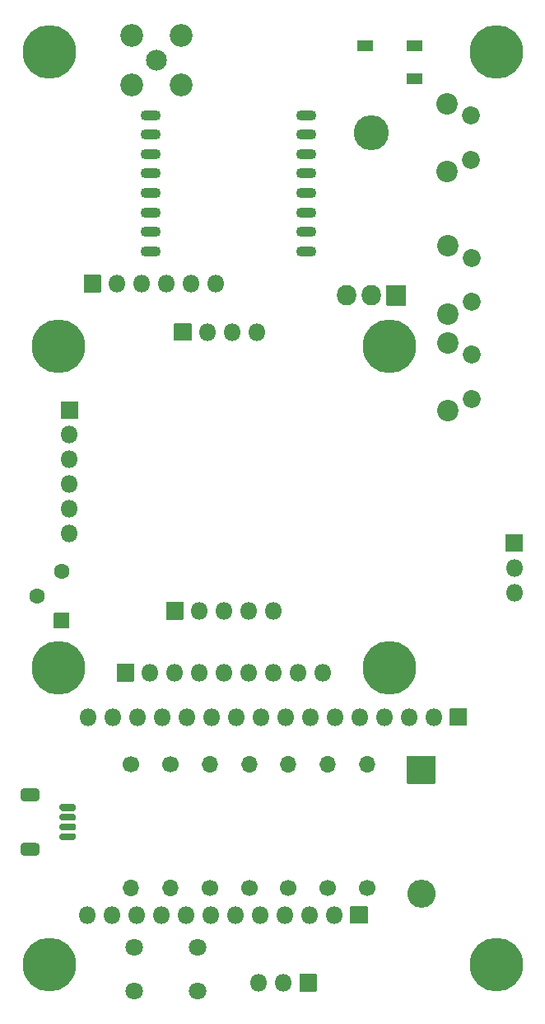
<source format=gbr>
%TF.GenerationSoftware,KiCad,Pcbnew,5.1.12-84ad8e8a86~92~ubuntu18.04.1*%
%TF.CreationDate,2022-01-05T22:45:31-05:00*%
%TF.ProjectId,remote,72656d6f-7465-42e6-9b69-6361645f7063,rev?*%
%TF.SameCoordinates,Original*%
%TF.FileFunction,Soldermask,Top*%
%TF.FilePolarity,Negative*%
%FSLAX46Y46*%
G04 Gerber Fmt 4.6, Leading zero omitted, Abs format (unit mm)*
G04 Created by KiCad (PCBNEW 5.1.12-84ad8e8a86~92~ubuntu18.04.1) date 2022-01-05 22:45:31*
%MOMM*%
%LPD*%
G01*
G04 APERTURE LIST*
%ADD10O,1.800000X1.800000*%
%ADD11O,2.005000X2.100000*%
%ADD12O,3.600000X3.600000*%
%ADD13C,2.350000*%
%ADD14C,2.150000*%
%ADD15C,2.200000*%
%ADD16C,1.850000*%
%ADD17O,1.700000X1.700000*%
%ADD18C,1.700000*%
%ADD19C,5.500000*%
%ADD20O,2.100000X1.100000*%
%ADD21C,1.800000*%
%ADD22C,1.600000*%
%ADD23O,2.900000X2.900000*%
G04 APERTURE END LIST*
D10*
%TO.C,U2*%
X-24175720Y-46476920D03*
X-21635720Y-46476920D03*
X-19095720Y-46476920D03*
X-16555720Y-46476920D03*
X-14015720Y-46476920D03*
X-11475720Y-46476920D03*
X-8935720Y-46476920D03*
X-6395720Y-46476920D03*
X-3855720Y-46476920D03*
X-1315720Y-46476920D03*
X1224280Y-46476920D03*
X3764280Y-46476920D03*
X6304280Y-46476920D03*
X8844280Y-46476920D03*
X11384280Y-46476920D03*
G36*
G01*
X13074280Y-45576920D02*
X14774280Y-45576920D01*
G75*
G02*
X14824280Y-45626920I0J-50000D01*
G01*
X14824280Y-47326920D01*
G75*
G02*
X14774280Y-47376920I-50000J0D01*
G01*
X13074280Y-47376920D01*
G75*
G02*
X13024280Y-47326920I0J50000D01*
G01*
X13024280Y-45626920D01*
G75*
G02*
X13074280Y-45576920I50000J0D01*
G01*
G37*
X-6475720Y-66796920D03*
X-3935720Y-66796920D03*
X-19175720Y-66796920D03*
X-16635720Y-66796920D03*
X-24255720Y-66796920D03*
X-11555720Y-66796920D03*
X-9015720Y-66796920D03*
X1144280Y-66796920D03*
X-21715720Y-66796920D03*
X-14095720Y-66796920D03*
G36*
G01*
X2834280Y-65896920D02*
X4534280Y-65896920D01*
G75*
G02*
X4584280Y-65946920I0J-50000D01*
G01*
X4584280Y-67646920D01*
G75*
G02*
X4534280Y-67696920I-50000J0D01*
G01*
X2834280Y-67696920D01*
G75*
G02*
X2784280Y-67646920I0J50000D01*
G01*
X2784280Y-65946920D01*
G75*
G02*
X2834280Y-65896920I50000J0D01*
G01*
G37*
X-1395720Y-66796920D03*
%TD*%
D11*
%TO.C,Q1*%
X2450000Y-3150000D03*
X4990000Y-3150000D03*
G36*
G01*
X8532500Y-2150000D02*
X8532500Y-4150000D01*
G75*
G02*
X8482500Y-4200000I-50000J0D01*
G01*
X6577500Y-4200000D01*
G75*
G02*
X6527500Y-4150000I0J50000D01*
G01*
X6527500Y-2150000D01*
G75*
G02*
X6577500Y-2100000I50000J0D01*
G01*
X8482500Y-2100000D01*
G75*
G02*
X8532500Y-2150000I0J-50000D01*
G01*
G37*
D12*
X4990000Y13510000D03*
%TD*%
D10*
%TO.C,J2*%
X-26070000Y-27630000D03*
X-26070000Y-25090000D03*
X-26070000Y-22550000D03*
X-26070000Y-20010000D03*
X-26070000Y-17470000D03*
G36*
G01*
X-26970000Y-15780000D02*
X-26970000Y-14080000D01*
G75*
G02*
X-26920000Y-14030000I50000J0D01*
G01*
X-25220000Y-14030000D01*
G75*
G02*
X-25170000Y-14080000I0J-50000D01*
G01*
X-25170000Y-15780000D01*
G75*
G02*
X-25220000Y-15830000I-50000J0D01*
G01*
X-26920000Y-15830000D01*
G75*
G02*
X-26970000Y-15780000I0J50000D01*
G01*
G37*
%TD*%
D13*
%TO.C,J1*%
X-19690080Y18450560D03*
X-19690080Y23530560D03*
X-14610080Y23530560D03*
X-14610080Y18450560D03*
D14*
X-17150080Y20990560D03*
%TD*%
D15*
%TO.C,SW3*%
X12845380Y-15030500D03*
D16*
X15335380Y-13770500D03*
X15335380Y-9270500D03*
D15*
X12845380Y-8020500D03*
%TD*%
D17*
%TO.C,R4*%
X-7607136Y-51281920D03*
D18*
X-7607136Y-63981920D03*
%TD*%
D19*
%TO.C,H2*%
X17813960Y-71924920D03*
%TD*%
D10*
%TO.C,U5*%
X-5080000Y-35560000D03*
X-7620000Y-35560000D03*
X-10160000Y-35560000D03*
X-12700000Y-35560000D03*
G36*
G01*
X-14390000Y-36460000D02*
X-16090000Y-36460000D01*
G75*
G02*
X-16140000Y-36410000I0J50000D01*
G01*
X-16140000Y-34710000D01*
G75*
G02*
X-16090000Y-34660000I50000J0D01*
G01*
X-14390000Y-34660000D01*
G75*
G02*
X-14340000Y-34710000I0J-50000D01*
G01*
X-14340000Y-36410000D01*
G75*
G02*
X-14390000Y-36460000I-50000J0D01*
G01*
G37*
%TD*%
%TO.C,U4*%
X0Y-41910000D03*
X-2540000Y-41910000D03*
X-5080000Y-41910000D03*
X-7620000Y-41910000D03*
X-10160000Y-41910000D03*
X-12700000Y-41910000D03*
X-15240000Y-41910000D03*
X-17780000Y-41910000D03*
G36*
G01*
X-19470000Y-42810000D02*
X-21170000Y-42810000D01*
G75*
G02*
X-21220000Y-42760000I0J50000D01*
G01*
X-21220000Y-41060000D01*
G75*
G02*
X-21170000Y-41010000I50000J0D01*
G01*
X-19470000Y-41010000D01*
G75*
G02*
X-19420000Y-41060000I0J-50000D01*
G01*
X-19420000Y-42760000D01*
G75*
G02*
X-19470000Y-42810000I-50000J0D01*
G01*
G37*
D19*
X6850000Y-41430000D03*
X-27170000Y-41430000D03*
X6850000Y-8410000D03*
X-27170000Y-8410000D03*
%TD*%
D10*
%TO.C,U3*%
X-11021060Y-1960880D03*
X-13561060Y-1960880D03*
X-16101060Y-1960880D03*
X-18641060Y-1960880D03*
X-21181060Y-1960880D03*
G36*
G01*
X-22871060Y-2860880D02*
X-24571060Y-2860880D01*
G75*
G02*
X-24621060Y-2810880I0J50000D01*
G01*
X-24621060Y-1110880D01*
G75*
G02*
X-24571060Y-1060880I50000J0D01*
G01*
X-22871060Y-1060880D01*
G75*
G02*
X-22821060Y-1110880I0J-50000D01*
G01*
X-22821060Y-2810880D01*
G75*
G02*
X-22871060Y-2860880I-50000J0D01*
G01*
G37*
%TD*%
D20*
%TO.C,U1*%
X-1709420Y1353820D03*
X-1709420Y3353820D03*
X-1709420Y5353820D03*
X-1709420Y7353820D03*
X-1709420Y9353820D03*
X-1709420Y11353820D03*
X-1709420Y13353820D03*
X-1709420Y15353820D03*
X-17709420Y15353820D03*
X-17709420Y13353820D03*
X-17709420Y11353820D03*
X-17709420Y9353820D03*
X-17709420Y7353820D03*
X-17709420Y5353820D03*
X-17709420Y3353820D03*
X-17709420Y1353820D03*
%TD*%
D21*
%TO.C,SW4*%
X-12920000Y-74580000D03*
X-19420000Y-74580000D03*
X-12920000Y-70080000D03*
X-19420000Y-70080000D03*
%TD*%
D15*
%TO.C,SW2*%
X12845380Y-5073700D03*
D16*
X15335380Y-3813700D03*
X15335380Y686300D03*
D15*
X12845380Y1936300D03*
%TD*%
%TO.C,SW1*%
X12720000Y9520000D03*
D16*
X15210000Y10780000D03*
X15210000Y15280000D03*
D15*
X12720000Y16530000D03*
%TD*%
%TO.C,SP1*%
G36*
G01*
X8667360Y23029600D02*
X10167360Y23029600D01*
G75*
G02*
X10218160Y22978800I0J-50800D01*
G01*
X10218160Y21978800D01*
G75*
G02*
X10167360Y21928000I-50800J0D01*
G01*
X8667360Y21928000D01*
G75*
G02*
X8616560Y21978800I0J50800D01*
G01*
X8616560Y22978800D01*
G75*
G02*
X8667360Y23029600I50800J0D01*
G01*
G37*
G36*
G01*
X3567360Y23029600D02*
X5067360Y23029600D01*
G75*
G02*
X5118160Y22978800I0J-50800D01*
G01*
X5118160Y21978800D01*
G75*
G02*
X5067360Y21928000I-50800J0D01*
G01*
X3567360Y21928000D01*
G75*
G02*
X3516560Y21978800I0J50800D01*
G01*
X3516560Y22978800D01*
G75*
G02*
X3567360Y23029600I50800J0D01*
G01*
G37*
G36*
G01*
X8667360Y19629600D02*
X10167360Y19629600D01*
G75*
G02*
X10218160Y19578800I0J-50800D01*
G01*
X10218160Y18578800D01*
G75*
G02*
X10167360Y18528000I-50800J0D01*
G01*
X8667360Y18528000D01*
G75*
G02*
X8616560Y18578800I0J50800D01*
G01*
X8616560Y19578800D01*
G75*
G02*
X8667360Y19629600I50800J0D01*
G01*
G37*
%TD*%
D17*
%TO.C,R7*%
X4565268Y-51281920D03*
D18*
X4565268Y-63981920D03*
%TD*%
D17*
%TO.C,R3*%
X-11664604Y-51281920D03*
D18*
X-11664604Y-63981920D03*
%TD*%
D17*
%TO.C,R6*%
X507800Y-51281920D03*
D18*
X507800Y-63981920D03*
%TD*%
D17*
%TO.C,R5*%
X-3549668Y-51281920D03*
D18*
X-3549668Y-63981920D03*
%TD*%
D17*
%TO.C,R2*%
X-15722072Y-63981920D03*
D18*
X-15722072Y-51281920D03*
%TD*%
D17*
%TO.C,R1*%
X-19779540Y-63981920D03*
D18*
X-19779540Y-51281920D03*
%TD*%
%TO.C,Q3*%
G36*
G01*
X-26130820Y-37376000D02*
X-27630820Y-37376000D01*
G75*
G02*
X-27680820Y-37326000I0J50000D01*
G01*
X-27680820Y-35826000D01*
G75*
G02*
X-27630820Y-35776000I50000J0D01*
G01*
X-26130820Y-35776000D01*
G75*
G02*
X-26080820Y-35826000I0J-50000D01*
G01*
X-26080820Y-37326000D01*
G75*
G02*
X-26130820Y-37376000I-50000J0D01*
G01*
G37*
D22*
X-26880820Y-31496000D03*
X-29420820Y-34036000D03*
%TD*%
%TO.C,J20*%
G36*
G01*
X-26910000Y-55400000D02*
X-25610000Y-55400000D01*
G75*
G02*
X-25435000Y-55575000I0J-175000D01*
G01*
X-25435000Y-55925000D01*
G75*
G02*
X-25610000Y-56100000I-175000J0D01*
G01*
X-26910000Y-56100000D01*
G75*
G02*
X-27085000Y-55925000I0J175000D01*
G01*
X-27085000Y-55575000D01*
G75*
G02*
X-26910000Y-55400000I175000J0D01*
G01*
G37*
G36*
G01*
X-26910000Y-56400000D02*
X-25610000Y-56400000D01*
G75*
G02*
X-25435000Y-56575000I0J-175000D01*
G01*
X-25435000Y-56925000D01*
G75*
G02*
X-25610000Y-57100000I-175000J0D01*
G01*
X-26910000Y-57100000D01*
G75*
G02*
X-27085000Y-56925000I0J175000D01*
G01*
X-27085000Y-56575000D01*
G75*
G02*
X-26910000Y-56400000I175000J0D01*
G01*
G37*
G36*
G01*
X-26910000Y-57400000D02*
X-25610000Y-57400000D01*
G75*
G02*
X-25435000Y-57575000I0J-175000D01*
G01*
X-25435000Y-57925000D01*
G75*
G02*
X-25610000Y-58100000I-175000J0D01*
G01*
X-26910000Y-58100000D01*
G75*
G02*
X-27085000Y-57925000I0J175000D01*
G01*
X-27085000Y-57575000D01*
G75*
G02*
X-26910000Y-57400000I175000J0D01*
G01*
G37*
G36*
G01*
X-26910000Y-58400000D02*
X-25610000Y-58400000D01*
G75*
G02*
X-25435000Y-58575000I0J-175000D01*
G01*
X-25435000Y-58925000D01*
G75*
G02*
X-25610000Y-59100000I-175000J0D01*
G01*
X-26910000Y-59100000D01*
G75*
G02*
X-27085000Y-58925000I0J175000D01*
G01*
X-27085000Y-58575000D01*
G75*
G02*
X-26910000Y-58400000I175000J0D01*
G01*
G37*
G36*
G01*
X-30814168Y-53800000D02*
X-29455832Y-53800000D01*
G75*
G02*
X-29185000Y-54070832I0J-270832D01*
G01*
X-29185000Y-54829168D01*
G75*
G02*
X-29455832Y-55100000I-270832J0D01*
G01*
X-30814168Y-55100000D01*
G75*
G02*
X-31085000Y-54829168I0J270832D01*
G01*
X-31085000Y-54070832D01*
G75*
G02*
X-30814168Y-53800000I270832J0D01*
G01*
G37*
G36*
G01*
X-30814168Y-59400000D02*
X-29455832Y-59400000D01*
G75*
G02*
X-29185000Y-59670832I0J-270832D01*
G01*
X-29185000Y-60429168D01*
G75*
G02*
X-29455832Y-60700000I-270832J0D01*
G01*
X-30814168Y-60700000D01*
G75*
G02*
X-31085000Y-60429168I0J270832D01*
G01*
X-31085000Y-59670832D01*
G75*
G02*
X-30814168Y-59400000I270832J0D01*
G01*
G37*
%TD*%
%TO.C,J19*%
G36*
G01*
X-2391780Y-72851440D02*
X-691780Y-72851440D01*
G75*
G02*
X-641780Y-72901440I0J-50000D01*
G01*
X-641780Y-74601440D01*
G75*
G02*
X-691780Y-74651440I-50000J0D01*
G01*
X-2391780Y-74651440D01*
G75*
G02*
X-2441780Y-74601440I0J50000D01*
G01*
X-2441780Y-72901440D01*
G75*
G02*
X-2391780Y-72851440I50000J0D01*
G01*
G37*
D10*
X-4081780Y-73751440D03*
X-6621780Y-73751440D03*
%TD*%
%TO.C,J16*%
X-6800000Y-6930000D03*
X-9340000Y-6930000D03*
X-11880000Y-6930000D03*
G36*
G01*
X-13570000Y-7830000D02*
X-15270000Y-7830000D01*
G75*
G02*
X-15320000Y-7780000I0J50000D01*
G01*
X-15320000Y-6080000D01*
G75*
G02*
X-15270000Y-6030000I50000J0D01*
G01*
X-13570000Y-6030000D01*
G75*
G02*
X-13520000Y-6080000I0J-50000D01*
G01*
X-13520000Y-7780000D01*
G75*
G02*
X-13570000Y-7830000I-50000J0D01*
G01*
G37*
%TD*%
%TO.C,J5*%
G36*
G01*
X18772300Y-29432620D02*
X18772300Y-27732620D01*
G75*
G02*
X18822300Y-27682620I50000J0D01*
G01*
X20522300Y-27682620D01*
G75*
G02*
X20572300Y-27732620I0J-50000D01*
G01*
X20572300Y-29432620D01*
G75*
G02*
X20522300Y-29482620I-50000J0D01*
G01*
X18822300Y-29482620D01*
G75*
G02*
X18772300Y-29432620I0J50000D01*
G01*
G37*
X19672300Y-31122620D03*
X19672300Y-33662620D03*
%TD*%
D19*
%TO.C,H6*%
X-28133040Y21833840D03*
%TD*%
%TO.C,H5*%
X17813960Y21833840D03*
%TD*%
%TO.C,H1*%
X-28133040Y-71924920D03*
%TD*%
%TO.C,D1*%
G36*
G01*
X8690000Y-50440000D02*
X11490000Y-50440000D01*
G75*
G02*
X11540000Y-50490000I0J-50000D01*
G01*
X11540000Y-53290000D01*
G75*
G02*
X11490000Y-53340000I-50000J0D01*
G01*
X8690000Y-53340000D01*
G75*
G02*
X8640000Y-53290000I0J50000D01*
G01*
X8640000Y-50490000D01*
G75*
G02*
X8690000Y-50440000I50000J0D01*
G01*
G37*
D23*
X10090000Y-64590000D03*
%TD*%
M02*

</source>
